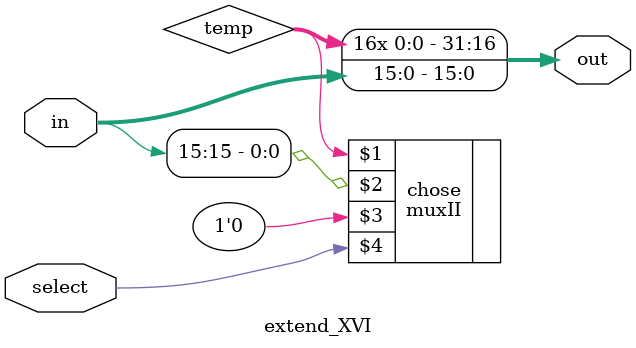
<source format=v>
module extend_XVI(out, in, select);
	input 				select;
	input 	[15:0]	in;
	output 	[31:0]	out;
	
	wire 					temp;
	muxII	chose	(temp, in[15], 1'b0, select);
	buf	o		(out[0], in[0]);
	buf	i		(out[1], in[1]);
	buf	ii		(out[2], in[2]);
	buf	iii	(out[3], in[3]);
	buf	iv		(out[4], in[4]);
	buf	v		(out[5], in[5]);
	buf	vi		(out[6], in[6]);
	buf	vii	(out[7], in[7]);
	buf	viii	(out[8], in[8]);
	buf	ix		(out[9], in[9]);
	buf	x		(out[10], in[10]);
	buf	xi		(out[11], in[11]);
	buf	xii	(out[12], in[12]);
	buf	xiii	(out[13], in[13]);
	buf	xiv	(out[14], in[14]);
	buf	xv		(out[15], in[15]);
	buf	xvi	(out[16], temp);
	buf	xvii	(out[17], temp);
	buf	xviii	(out[18], temp);
	buf	xix	(out[19], temp);
	buf	xx		(out[20], temp);
	buf	xxi	(out[21], temp);
	buf	xxii	(out[22], temp);
	buf	xxiii	(out[23], temp);
	buf	xxiv	(out[24], temp);
	buf	xxv	(out[25], temp);
	buf	xxvi	(out[26], temp);
	buf	xxvii	(out[27], temp);
	buf	xxviii(out[28], temp);
	buf	xxix	(out[29], temp);
	buf	xxx	(out[30], temp);
	buf	xxxi	(out[31], temp);
	
endmodule

</source>
